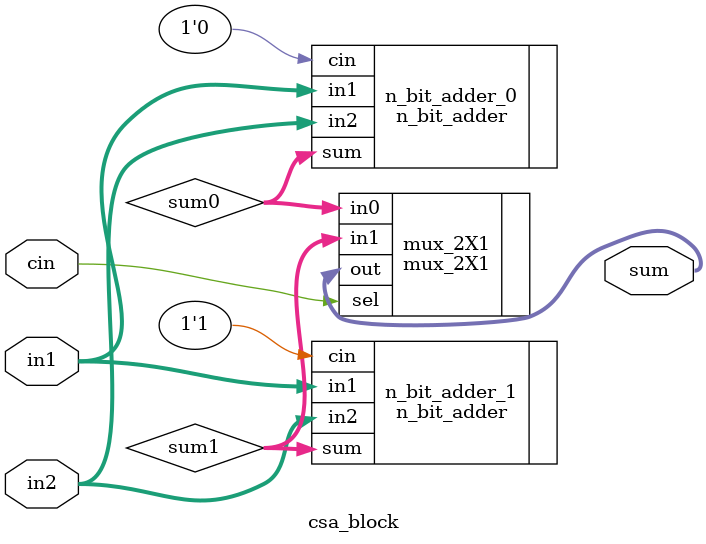
<source format=v>
module csa_block (
input[1:0] in1 ,
input[1:0] in2 ,
input cin ,
output [2:0] sum
);

wire [2:0] sum0 ;
wire [2:0] sum1 ;

n_bit_adder #(
.IN_DATAWIDTH(2)
)
n_bit_adder_0
(
 .in1(in1),
 .in2(in2),
 .cin(1'b0),
 .sum(sum0)
);


n_bit_adder #(
.IN_DATAWIDTH(2)
)
n_bit_adder_1
(
 .in1(in1),
 .in2(in2),
 .cin(1'b1),
 .sum(sum1)
);

mux_2X1 #(
.DATA_WIDTH(3)
)
mux_2X1 
(
.in0(sum0),
.in1(sum1),
.sel(cin),
.out(sum)
);

endmodule

</source>
